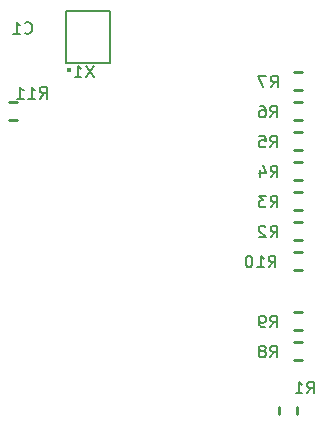
<source format=gbr>
G04 --- HEADER BEGIN --- *
%TF.GenerationSoftware,LibrePCB,LibrePCB,0.1.4*%
%TF.CreationDate,2020-05-24T15:31:11*%
%TF.ProjectId,Apple 2c VGA - default,6ee0dbe1-6aad-4263-9a0f-7c091fb3c0df,v1.3*%
%TF.Part,Single*%
%FSLAX66Y66*%
%MOMM*%
G01*
G74*
G04 --- HEADER END --- *
G04 --- APERTURE LIST BEGIN --- *
%ADD10C,0.2*%
%ADD11C,0.4*%
%ADD12C,0.25*%
%ADD13R,1.4X1.6*%
%ADD14C,2.7*%
%ADD15R,0.95X1.45*%
%ADD16O,2.2X1.7*%
%ADD17C,1.7*%
%ADD18R,1.7X1.7*%
%ADD19R,2.2X1.7*%
%ADD20R,1.45X0.95*%
%ADD21R,1.7X1.5*%
G04 --- APERTURE LIST END --- *
G04 --- BOARD BEGIN --- *
D10*
X32755000Y39640000D02*
X32755000Y44040000D01*
X36455000Y44040000D01*
X36455000Y39640000D01*
X32755000Y39640000D01*
D11*
X33020000Y39052500D03*
D10*
X33020000Y39052500D03*
D12*
X52062500Y28690000D02*
X52712500Y28690000D01*
X52062500Y27190000D02*
X52712500Y27190000D01*
X27932500Y36310000D02*
X28582500Y36310000D01*
X27932500Y34810000D02*
X28582500Y34810000D01*
X52062500Y26150000D02*
X52712500Y26150000D01*
X52062500Y24650000D02*
X52712500Y24650000D01*
X52062500Y31230000D02*
X52712500Y31230000D01*
X52062500Y29730000D02*
X52712500Y29730000D01*
X52062500Y36310000D02*
X52712500Y36310000D01*
X52062500Y34810000D02*
X52712500Y34810000D01*
X52062500Y18530000D02*
X52712500Y18530000D01*
X52062500Y17030000D02*
X52712500Y17030000D01*
X52305177Y10545547D02*
X52305177Y9895547D01*
X50805177Y10545547D02*
X50805177Y9895547D01*
X52062500Y23610000D02*
X52712500Y23610000D01*
X52062500Y22110000D02*
X52712500Y22110000D01*
X52062500Y15990000D02*
X52712500Y15990000D01*
X52062500Y14490000D02*
X52712500Y14490000D01*
X52062500Y38850000D02*
X52712500Y38850000D01*
X52062500Y37350000D02*
X52712500Y37350000D01*
X52062500Y33770000D02*
X52712500Y33770000D01*
X52062500Y32270000D02*
X52712500Y32270000D01*
D10*
X35108889Y39417500D02*
X34442222Y38417500D01*
X34442222Y39417500D02*
X35108889Y38417500D01*
X33471111Y38417500D02*
X34042222Y38417500D01*
X33756666Y38417500D02*
X33756666Y39417500D01*
X33852222Y39274167D01*
X33946666Y39179722D01*
X34042222Y39131944D01*
X50071389Y27420000D02*
X50404722Y27896667D01*
X50642500Y27420000D02*
X50642500Y28420000D01*
X50261389Y28420000D01*
X50165833Y28372222D01*
X50119167Y28324444D01*
X50071389Y28230000D01*
X50071389Y28086667D01*
X50119167Y27991111D01*
X50165833Y27943333D01*
X50261389Y27896667D01*
X50642500Y27896667D01*
X49671389Y28420000D02*
X49052500Y28420000D01*
X49385833Y28038889D01*
X49242500Y28038889D01*
X49148056Y27991111D01*
X49100278Y27943333D01*
X49052500Y27848889D01*
X49052500Y27610000D01*
X49100278Y27515556D01*
X49148056Y27467778D01*
X49242500Y27420000D01*
X49528056Y27420000D01*
X49623611Y27467778D01*
X49671389Y27515556D01*
X30530555Y36627500D02*
X30863888Y37104167D01*
X31101666Y36627500D02*
X31101666Y37627500D01*
X30720555Y37627500D01*
X30624999Y37579722D01*
X30578333Y37531944D01*
X30530555Y37437500D01*
X30530555Y37294167D01*
X30578333Y37198611D01*
X30624999Y37150833D01*
X30720555Y37104167D01*
X31101666Y37104167D01*
X29559444Y36627500D02*
X30130555Y36627500D01*
X29844999Y36627500D02*
X29844999Y37627500D01*
X29940555Y37484167D01*
X30034999Y37389722D01*
X30130555Y37341944D01*
X28588333Y36627500D02*
X29159444Y36627500D01*
X28873888Y36627500D02*
X28873888Y37627500D01*
X28969444Y37484167D01*
X29063888Y37389722D01*
X29159444Y37341944D01*
X50071389Y24880000D02*
X50404722Y25356667D01*
X50642500Y24880000D02*
X50642500Y25880000D01*
X50261389Y25880000D01*
X50165833Y25832222D01*
X50119167Y25784444D01*
X50071389Y25690000D01*
X50071389Y25546667D01*
X50119167Y25451111D01*
X50165833Y25403333D01*
X50261389Y25356667D01*
X50642500Y25356667D01*
X49623611Y25784444D02*
X49575833Y25832222D01*
X49481389Y25880000D01*
X49242500Y25880000D01*
X49148056Y25832222D01*
X49100278Y25784444D01*
X49052500Y25690000D01*
X49052500Y25594444D01*
X49100278Y25451111D01*
X49671389Y24880000D01*
X49052500Y24880000D01*
X50071389Y29960000D02*
X50404722Y30436667D01*
X50642500Y29960000D02*
X50642500Y30960000D01*
X50261389Y30960000D01*
X50165833Y30912222D01*
X50119167Y30864444D01*
X50071389Y30770000D01*
X50071389Y30626667D01*
X50119167Y30531111D01*
X50165833Y30483333D01*
X50261389Y30436667D01*
X50642500Y30436667D01*
X49194722Y30626667D02*
X49194722Y29960000D01*
X49433611Y31007778D02*
X49671389Y30293333D01*
X49052500Y30293333D01*
X50047500Y35040000D02*
X50380833Y35516667D01*
X50618611Y35040000D02*
X50618611Y36040000D01*
X50237500Y36040000D01*
X50141944Y35992222D01*
X50095278Y35944444D01*
X50047500Y35850000D01*
X50047500Y35706667D01*
X50095278Y35611111D01*
X50141944Y35563333D01*
X50237500Y35516667D01*
X50618611Y35516667D01*
X49170833Y36040000D02*
X49361944Y36040000D01*
X49457500Y35992222D01*
X49504167Y35944444D01*
X49599722Y35802222D01*
X49647500Y35611111D01*
X49647500Y35230000D01*
X49599722Y35135556D01*
X49551944Y35087778D01*
X49457500Y35040000D01*
X49266389Y35040000D01*
X49170833Y35087778D01*
X49124167Y35135556D01*
X49076389Y35230000D01*
X49076389Y35468889D01*
X49124167Y35563333D01*
X49170833Y35611111D01*
X49266389Y35658889D01*
X49457500Y35658889D01*
X49551944Y35611111D01*
X49599722Y35563333D01*
X49647500Y35468889D01*
X50047500Y17260000D02*
X50380833Y17736667D01*
X50618611Y17260000D02*
X50618611Y18260000D01*
X50237500Y18260000D01*
X50141944Y18212222D01*
X50095278Y18164444D01*
X50047500Y18070000D01*
X50047500Y17926667D01*
X50095278Y17831111D01*
X50141944Y17783333D01*
X50237500Y17736667D01*
X50618611Y17736667D01*
X49551944Y17260000D02*
X49361944Y17260000D01*
X49266389Y17307778D01*
X49218611Y17355556D01*
X49124167Y17497778D01*
X49076389Y17688889D01*
X49076389Y18070000D01*
X49124167Y18164444D01*
X49170833Y18212222D01*
X49266389Y18260000D01*
X49457500Y18260000D01*
X49551944Y18212222D01*
X49599722Y18164444D01*
X49647500Y18070000D01*
X49647500Y17831111D01*
X49599722Y17736667D01*
X49551944Y17688889D01*
X49457500Y17641111D01*
X49266389Y17641111D01*
X49170833Y17688889D01*
X49124167Y17736667D01*
X49076389Y17831111D01*
X53161953Y11665177D02*
X53495286Y12141844D01*
X53733064Y11665177D02*
X53733064Y12665177D01*
X53351953Y12665177D01*
X53256397Y12617399D01*
X53209731Y12569621D01*
X53161953Y12475177D01*
X53161953Y12331844D01*
X53209731Y12236288D01*
X53256397Y12188510D01*
X53351953Y12141844D01*
X53733064Y12141844D01*
X52190842Y11665177D02*
X52761953Y11665177D01*
X52476397Y11665177D02*
X52476397Y12665177D01*
X52571953Y12521844D01*
X52666397Y12427399D01*
X52761953Y12379621D01*
X49898055Y22340000D02*
X50231388Y22816667D01*
X50469166Y22340000D02*
X50469166Y23340000D01*
X50088055Y23340000D01*
X49992499Y23292222D01*
X49945833Y23244444D01*
X49898055Y23150000D01*
X49898055Y23006667D01*
X49945833Y22911111D01*
X49992499Y22863333D01*
X50088055Y22816667D01*
X50469166Y22816667D01*
X48926944Y22340000D02*
X49498055Y22340000D01*
X49212499Y22340000D02*
X49212499Y23340000D01*
X49308055Y23196667D01*
X49402499Y23102222D01*
X49498055Y23054444D01*
X48289166Y23340000D02*
X48193611Y23340000D01*
X48098055Y23292222D01*
X48050277Y23244444D01*
X48003611Y23150000D01*
X47955833Y22958889D01*
X47955833Y22721111D01*
X48003611Y22530000D01*
X48050277Y22435556D01*
X48098055Y22387778D01*
X48193611Y22340000D01*
X48289166Y22340000D01*
X48383611Y22387778D01*
X48431388Y22435556D01*
X48479166Y22530000D01*
X48526944Y22721111D01*
X48526944Y22958889D01*
X48479166Y23150000D01*
X48431388Y23244444D01*
X48383611Y23292222D01*
X48289166Y23340000D01*
X50047500Y14720000D02*
X50380833Y15196667D01*
X50618611Y14720000D02*
X50618611Y15720000D01*
X50237500Y15720000D01*
X50141944Y15672222D01*
X50095278Y15624444D01*
X50047500Y15530000D01*
X50047500Y15386667D01*
X50095278Y15291111D01*
X50141944Y15243333D01*
X50237500Y15196667D01*
X50618611Y15196667D01*
X49457500Y15291111D02*
X49551944Y15338889D01*
X49599722Y15386667D01*
X49647500Y15482222D01*
X49647500Y15530000D01*
X49599722Y15624444D01*
X49551944Y15672222D01*
X49457500Y15720000D01*
X49266389Y15720000D01*
X49170833Y15672222D01*
X49124167Y15624444D01*
X49076389Y15530000D01*
X49076389Y15482222D01*
X49124167Y15386667D01*
X49170833Y15338889D01*
X49266389Y15291111D01*
X49457500Y15291111D01*
X49551944Y15243333D01*
X49599722Y15196667D01*
X49647500Y15101111D01*
X49647500Y14910000D01*
X49599722Y14815556D01*
X49551944Y14767778D01*
X49457500Y14720000D01*
X49266389Y14720000D01*
X49170833Y14767778D01*
X49124167Y14815556D01*
X49076389Y14910000D01*
X49076389Y15101111D01*
X49124167Y15196667D01*
X49170833Y15243333D01*
X49266389Y15291111D01*
X29253965Y42208656D02*
X29301743Y42160878D01*
X29443965Y42113100D01*
X29539521Y42113100D01*
X29682854Y42160878D01*
X29777298Y42256433D01*
X29825076Y42350878D01*
X29872854Y42541989D01*
X29872854Y42684211D01*
X29825076Y42875322D01*
X29777298Y42969767D01*
X29682854Y43065322D01*
X29539521Y43113100D01*
X29443965Y43113100D01*
X29301743Y43065322D01*
X29253965Y43017544D01*
X28282854Y42113100D02*
X28853965Y42113100D01*
X28568409Y42113100D02*
X28568409Y43113100D01*
X28663965Y42969767D01*
X28758409Y42875322D01*
X28853965Y42827544D01*
X50095278Y37580000D02*
X50428611Y38056667D01*
X50666389Y37580000D02*
X50666389Y38580000D01*
X50285278Y38580000D01*
X50189722Y38532222D01*
X50143056Y38484444D01*
X50095278Y38390000D01*
X50095278Y38246667D01*
X50143056Y38151111D01*
X50189722Y38103333D01*
X50285278Y38056667D01*
X50666389Y38056667D01*
X49695278Y38580000D02*
X49028611Y38580000D01*
X49457500Y37580000D01*
X50047500Y32500000D02*
X50380833Y32976667D01*
X50618611Y32500000D02*
X50618611Y33500000D01*
X50237500Y33500000D01*
X50141944Y33452222D01*
X50095278Y33404444D01*
X50047500Y33310000D01*
X50047500Y33166667D01*
X50095278Y33071111D01*
X50141944Y33023333D01*
X50237500Y32976667D01*
X50618611Y32976667D01*
X49124167Y33500000D02*
X49599722Y33500000D01*
X49647500Y33023333D01*
X49599722Y33071111D01*
X49504167Y33118889D01*
X49266389Y33118889D01*
X49170833Y33071111D01*
X49124167Y33023333D01*
X49076389Y32928889D01*
X49076389Y32690000D01*
X49124167Y32595556D01*
X49170833Y32547778D01*
X49266389Y32500000D01*
X49504167Y32500000D01*
X49599722Y32547778D01*
X49647500Y32595556D01*
%LPC*%
D13*
X35555000Y43040000D03*
X35555000Y40640000D03*
X33655000Y40640000D03*
X33655000Y43040000D03*
D14*
X17780000Y45720000D03*
X35560000Y45720000D03*
X35560000Y5080000D03*
X17780000Y5080000D03*
D15*
X53362500Y27940000D03*
X51412500Y27940000D03*
X29232500Y35560000D03*
X27282500Y35560000D03*
D16*
X22860000Y12700000D03*
X33020000Y20320000D03*
X22860000Y35560000D03*
X33020000Y33020000D03*
X33020000Y25400000D03*
X22860000Y33020000D03*
X22860000Y25400000D03*
X33020000Y35560000D03*
X33020000Y30480000D03*
X22860000Y30480000D03*
X33020000Y27940000D03*
X33020000Y15240000D03*
X22860000Y17780000D03*
X33020000Y12700000D03*
X22860000Y22860000D03*
X22860000Y20320000D03*
X22860000Y27940000D03*
X22860000Y15240000D03*
X33020000Y22860000D03*
X33020000Y17780000D03*
D15*
X53362500Y25400000D03*
X51412500Y25400000D03*
X53362500Y30480000D03*
X51412500Y30480000D03*
D17*
X64452500Y30145000D03*
X64452500Y27855000D03*
X64452500Y20985000D03*
X61912500Y26710000D03*
X64452500Y23275000D03*
D18*
X59372500Y30145000D03*
D17*
X59372500Y23275000D03*
X59372500Y25565000D03*
X59372500Y20985000D03*
X61912500Y22130000D03*
X61912500Y24420000D03*
X61912500Y29000000D03*
X61912500Y31290000D03*
X59372500Y27855000D03*
X64452500Y25565000D03*
D15*
X53362500Y35560000D03*
X51412500Y35560000D03*
X53362500Y17780000D03*
X51412500Y17780000D03*
D19*
X13017500Y34737500D03*
D16*
X13017500Y18297500D03*
X10477500Y16927500D03*
X13017500Y23777500D03*
X10477500Y22407500D03*
X13017500Y26517500D03*
X13017500Y15557500D03*
X10477500Y33367500D03*
X10477500Y27887500D03*
X13017500Y31997500D03*
X10477500Y19667500D03*
X10477500Y25147500D03*
X13017500Y21037500D03*
X13017500Y29257500D03*
X10477500Y30627500D03*
D20*
X51555177Y9245547D03*
X51555177Y11195547D03*
D14*
X41910000Y8890000D03*
X54610000Y3810000D03*
X41910000Y3810000D03*
X54610000Y8890000D03*
D15*
X53362500Y22860000D03*
X51412500Y22860000D03*
D16*
X55245000Y35560000D03*
X40005000Y43180000D03*
D19*
X40005000Y48260000D03*
D16*
X40005000Y27940000D03*
X40005000Y30480000D03*
X55245000Y22860000D03*
X55245000Y30480000D03*
X40005000Y40640000D03*
X55245000Y38100000D03*
X40005000Y20320000D03*
X55245000Y20320000D03*
X40005000Y38100000D03*
X40005000Y25400000D03*
X40005000Y22860000D03*
X55245000Y40640000D03*
X40005000Y33020000D03*
X55245000Y43180000D03*
X55245000Y15240000D03*
X55245000Y33020000D03*
X40005000Y45720000D03*
X40005000Y17780000D03*
X55245000Y48260000D03*
X55245000Y27940000D03*
X55245000Y25400000D03*
X55245000Y45720000D03*
X40005000Y35560000D03*
X40005000Y15240000D03*
X55245000Y17780000D03*
D15*
X53362500Y15240000D03*
X51412500Y15240000D03*
D21*
X31750000Y40960000D03*
X31750000Y42860000D03*
D15*
X53362500Y38100000D03*
X51412500Y38100000D03*
X53362500Y33020000D03*
X51412500Y33020000D03*
G04 --- BOARD END --- *
%TF.MD5,849426de0948e188991f1fff66ce3b58*%
M02*

</source>
